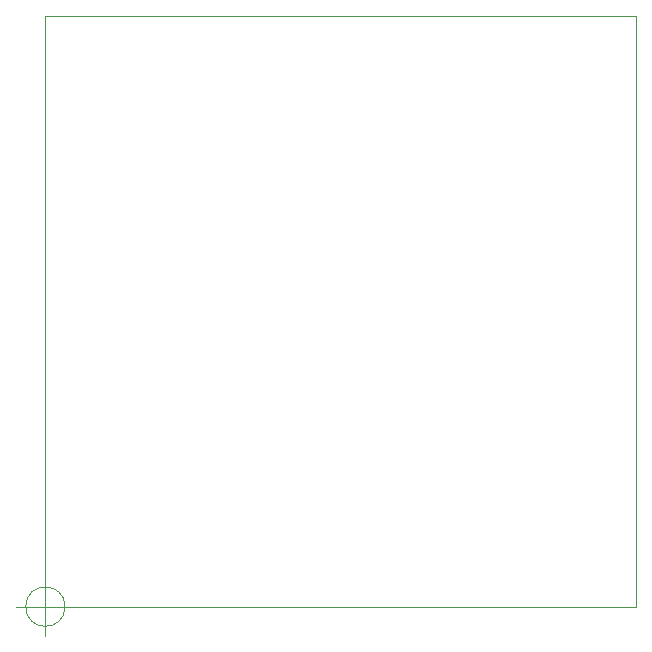
<source format=gbr>
G04 #@! TF.GenerationSoftware,KiCad,Pcbnew,5.1.5-52549c5~84~ubuntu18.04.1*
G04 #@! TF.CreationDate,2020-01-03T01:36:26+01:00*
G04 #@! TF.ProjectId,presen-fsr,70726573-656e-42d6-9673-722e6b696361,0*
G04 #@! TF.SameCoordinates,Original*
G04 #@! TF.FileFunction,Profile,NP*
%FSLAX46Y46*%
G04 Gerber Fmt 4.6, Leading zero omitted, Abs format (unit mm)*
G04 Created by KiCad (PCBNEW 5.1.5-52549c5~84~ubuntu18.04.1) date 2020-01-03 01:36:26*
%MOMM*%
%LPD*%
G04 APERTURE LIST*
%ADD10C,0.050000*%
G04 APERTURE END LIST*
D10*
X29000000Y-109000000D02*
X29000000Y-159000000D01*
X79000000Y-109000000D02*
X29000000Y-109000000D01*
X79000000Y-159000000D02*
X79000000Y-109000000D01*
X29000000Y-159000000D02*
X79000000Y-159000000D01*
X30666666Y-159000000D02*
G75*
G03X30666666Y-159000000I-1666666J0D01*
G01*
X26500000Y-159000000D02*
X31500000Y-159000000D01*
X29000000Y-156500000D02*
X29000000Y-161500000D01*
M02*

</source>
